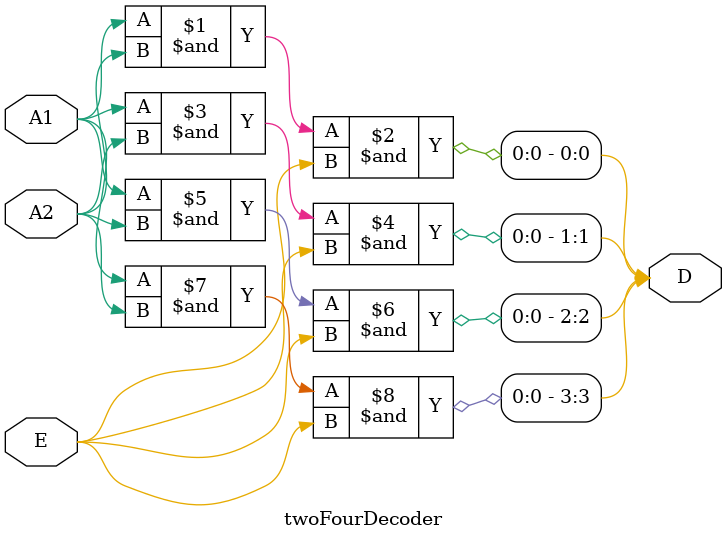
<source format=v>

module threeEightDecoder(X,En,O);
	
	input  [2:0]X;
	input       En;
	output [1:0]O;
	wire   W1, W2;
	
	and A5(W1, X[2], En);
	and A6(W2, X[2], En);
	//twoFourDecoder tFD1 (X[2], 0, En, W1);
	//twoFourDecoder tFD2 (X[2], 0, En, W2);
	twoFourDecoder tFD3 (X[0], X[2], W1, O[1]);
	twoFourDecoder tFD4 (X[1], X[2], W2, O[0]);


endmodule

module twoFourDecoder(A1, A2, E, D); //A,E,D
	input  A1, A2, E;
	output [3:0]D;
	
	and And1(D[0], A1, A2, E);
	and And2(D[1], A1, A2, E);
	and And3(D[2], A1, A2, E);
	and And4(D[3], A1, A2, E);
	
endmodule

</source>
